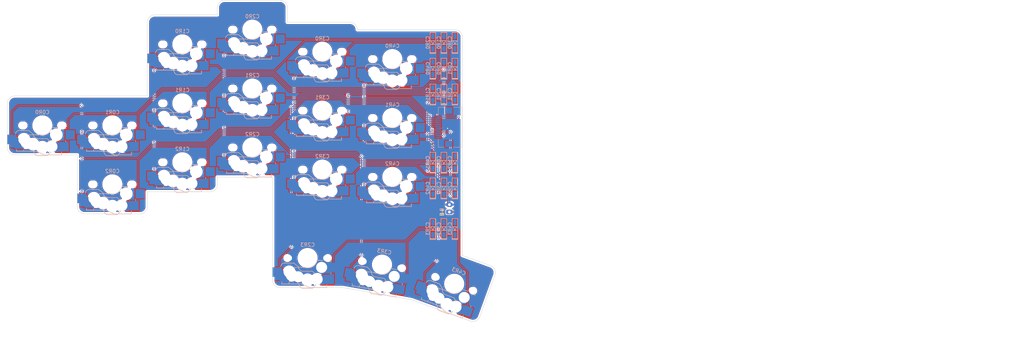
<source format=kicad_pcb>
(kicad_pcb (version 20240108) (generator "pcbnew") (generator_version "8.0")
  (layers (0 "F.Cu" signal) (31 "B.Cu" signal) (34 "B.Paste" user) (35 "F.Paste" user) (36 "B.SilkS" user "B.Silkscreen") (37 "F.SilkS" user "F.Silkscreen") (38 "B.Mask" user) (39 "F.Mask" user) (44 "Edge.Cuts" user))
  (net 0 "")
  (net 1 "row0")
  (net 2 "Net-(D2-A)")
  (net 3 "Net-(D3-A)")
  (net 4 "Net-(D4-A)")
  (net 5 "Net-(D5-A)")
  (net 6 "Net-(D6-A)")
  (net 7 "row1")
  (net 8 "Net-(D7-A)")
  (net 9 "Net-(D8-A)")
  (net 10 "Net-(D9-A)")
  (net 11 "Net-(D10-A)")
  (net 12 "row2")
  (net 13 "Net-(D11-A)")
  (net 14 "Net-(D12-A)")
  (net 15 "Net-(D13-A)")
  (net 16 "Net-(D14-A)")
  (net 17 "Net-(D15-A)")
  (net 18 "row3")
  (net 19 "Net-(D17-A)")
  (net 20 "Net-(D18-A)")
  (net 21 "GND")
  (net 22 "Net-(D1-A)")
  (net 23 "Net-(D16-A)")
  (net 24 "BAT-left")
  (net 25 "col3")
  (net 26 "col4")
  (net 27 "col2")
  (net 28 "col0")
  (net 29 "col1")
  (footprint "zzkeeb:Switch_MXKSChoc-miny-hotswap-ks-3d" (layer "F.Cu") (at 109.42 64.99)
    (property "Reference" "SW7" (hide yes))
    (property "Value" "Switch" (hide yes))
  )
  (footprint "zzkeeb:Switch_MXKSChoc-miny-hotswap-ks-3d" (layer "F.Cu") (at 166.42 84.99)
    (property "Reference" "SW15" (hide yes))
    (property "Value" "Switch" (hide yes))
  )
  (footprint "zzkeeb:Switch_MXKSChoc-miny-hotswap-ks-3d" (layer "F.Cu") (at 71.42 70.99)
    (property "Reference" "SW1" (hide yes))
    (property "Value" "Switch" (hide yes))
  )
  (footprint "zzkeeb:Switch_MXKSChoc-miny-hotswap-ks-3d" (layer "F.Cu") (at 109.42 48.99)
    (property "Reference" "SW2" (hide yes))
    (property "Value" "Switch" (hide yes))
  )
  (footprint "zzkeeb:Switch_MXKSChoc-miny-hotswap-ks-3d" (layer "F.Cu") (at 163.62 108.79 -10)
    (property "Reference" "SW17" (hide yes))
    (property "Value" "Switch" (hide yes))
  )
  (footprint "zzkeeb:Switch_MXKSChoc-miny-hotswap-ks-3d" (layer "F.Cu") (at 166.42 68.99)
    (property "Reference" "SW10" (hide yes))
    (property "Value" "Switch" (hide yes))
  )
  (footprint "zzkeeb:Switch_MXKSChoc-miny-hotswap-ks-3d" (layer "F.Cu") (at 128.42 60.99)
    (property "Reference" "SW8" (hide yes))
    (property "Value" "Switch" (hide yes))
  )
  (footprint "zzkeeb:Switch_MXKSChoc-miny-hotswap-ks-3d" (layer "F.Cu") (at 128.42 76.99)
    (property "Reference" "SW13" (hide yes))
    (property "Value" "Switch" (hide yes))
  )
  (footprint "zzkeeb:Switch_MXKSChoc-miny-hotswap-ks-3d" (layer "F.Cu") (at 109.42 80.99)
    (property "Reference" "SW12" (hide yes))
    (property "Value" "Switch" (hide yes))
  )
  (footprint "zzkeeb:Switch_MXKSChoc-miny-hotswap-ks-3d" (layer "F.Cu") (at 166.42 52.99)
    (property "Reference" "SW5" (hide yes))
    (property "Value" "Switch" (hide yes))
  )
  (footprint "zzkeeb:Switch_MXKSChoc-miny-hotswap-ks-3d" (layer "F.Cu") (at 90.42 70.99)
    (property "Reference" "SW6" (hide yes))
    (property "Value" "Switch" (hide yes))
  )
  (footprint "zzkeeb:Connector_JST-1x02-2.00mm" (layer "F.Cu") (at 181.92 94.49 90)
    (property "Reference" "J7" (hide yes))
    (property "Value" "Conn_01x02_Socket" (hide yes))
  )
  (footprint "zzkeeb:Switch_MXKSChoc-miny-hotswap-ks-3d" (layer "F.Cu") (at 143.42 106.99)
    (property "Reference" "SW16" (hide yes))
    (property "Value" "Switch" (hide yes))
  )
  (footprint "zzkeeb:Switch_MXKSChoc-miny-hotswap-ks-3d" (layer "F.Cu") (at 147.42 66.99)
    (property "Reference" "SW9" (hide yes))
    (property "Value" "Switch" (hide yes))
  )
  (footprint "zzkeeb:Switch_MXKSChoc-miny-hotswap-ks-3d" (layer "F.Cu") (at 90.42 86.99)
    (property "Reference" "SW11" (hide yes))
    (property "Value" "Switch" (hide yes))
  )
  (footprint "zzkeeb:Switch_MXKSChoc-miny-hotswap-ks-3d" (layer "F.Cu") (at 147.42 50.99)
    (property "Reference" "SW4" (hide yes))
    (property "Value" "Switch" (hide yes))
  )
  (footprint "zzkeeb:Switch_MXKSChoc-miny-hotswap-ks-3d" (layer "F.Cu") (at 183.22 113.99 -20)
    (property "Reference" "SW18" (hide yes))
    (property "Value" "Switch" (hide yes))
  )
  (footprint "zzkeeb:Switch_MXKSChoc-miny-hotswap-ks-3d" (layer "F.Cu") (at 147.42 82.99)
    (property "Reference" "SW14" (hide yes))
    (property "Value" "Switch" (hide yes))
  )
  (footprint "zzkeeb:Switch_MXKSChoc-miny-hotswap-ks-3d" (layer "F.Cu") (at 128.42 44.99)
    (property "Reference" "SW3" (hide yes))
    (property "Value" "Switch" (hide yes))
  )
  (footprint "zzkeeb:Diode_1N4148-SOD123" (layer "B.Cu") (at 180.42 55.49 90)
    (property "Reference" "D1" (hide yes))
    (property "Value" "C81598" (hide yes))
  )
  (footprint "zzkeeb:Diode_1N4148-SOD123" (layer "B.Cu") (at 180.42 62.49 90)
    (property "Reference" "D8" (hide yes))
    (property "Value" "C81598" (hide yes))
  )
  (footprint "zzkeeb:Diode_1N4148-SOD123" (layer "B.Cu") (at 177.42 80.99 90)
    (property "Reference" "D10" (hide yes))
    (property "Value" "C81598" (hide yes))
  )
  (footprint "zzkeeb:Diode_1N4148-SOD123" (layer "B.Cu") (at 183.42 87.99 90)
    (property "Reference" "D13" (hide yes))
    (property "Value" "C81598" (hide yes))
  )
  (footprint "zzkeeb:Diode_1N4148-SOD123" (layer "B.Cu") (at 180.42 80.99 90)
    (property "Reference" "D11" (hide yes))
    (property "Value" "C81598" (hide yes))
  )
  (footprint "zzkeeb:Diode_1N4148-SOD123" (layer "B.Cu") (at 177.42 62.49 90)
    (property "Reference" "D7" (hide yes))
    (property "Value" "C81598" (hide yes))
  )
  (footprint "zzkeeb:Diode_1N4148-SOD123" (layer "B.Cu") (at 177.42 87.99 90)
    (property "Reference" "D15" (hide yes))
    (property "Value" "C81598" (hide yes))
  )
  (footprint "zzkeeb:Diode_1N4148-SOD123" (layer "B.Cu") (at 177.42 98.99 90)
    (property "Reference" "D16" (hide yes))
    (property "Value" "C81598" (hide yes))
  )
  (footprint "zzkeeb:Connector_FFC-12pin-0.5mm-horizontal" (layer "B.Cu") (at 180.42 71.49 -90)
    (property "Reference" "J4" (hide yes))
    (property "Value" "C479750" (hide yes))
  )
  (footprint "zzkeeb:Diode_1N4148-SOD123" (layer "B.Cu") (at 183.42 98.99 90)
    (property "Reference" "D18" (hide yes))
    (property "Value" "C81598" (hide yes))
  )
  (footprint "zzkeeb:Diode_1N4148-SOD123" (layer "B.Cu") (at 183.42 48.49 90)
    (property "Reference" "D4" (hide yes))
    (property "Value" "C81598" (hide yes))
  )
  (footprint "zzkeeb:Diode_1N4148-SOD123" (layer "B.Cu") (at 177.42 55.49 90)
    (property "Reference" "D5" (hide yes))
    (property "Value" "C81598" (hide yes))
  )
  (footprint "zzkeeb:Diode_1N4148-SOD123" (layer "B.Cu") (at 177.42 48.49 90)
    (property "Reference" "D3" (hide yes))
    (property "Value" "C81598" (hide yes))
  )
  (footprint "zzkeeb:Diode_1N4148-SOD123" (layer "B.Cu") (at 183.42 62.49 90)
    (property "Reference" "D9" (hide yes))
    (property "Value" "C81598" (hide yes))
  )
  (footprint "zzkeeb:Diode_1N4148-SOD123" (layer "B.Cu") (at 180.42 48.49 90)
    (property "Reference" "D2" (hide yes))
    (property "Value" "C81598" (hide yes))
  )
  (footprint "zzkeeb:Diode_1N4148-SOD123" (layer "B.Cu") (at 180.42 87.99 90)
    (property "Reference" "D14" (hide yes))
    (property "Value" "C81598" (hide yes))
  )
  (footprint "zzkeeb:Diode_1N4148-SOD123" (layer "B.Cu") (at 180.42 98.99 90)
    (property "Reference" "D17" (hide yes))
    (property "Value" "C81598" (hide yes))
  )
  (footprint "zzkeeb:Diode_1N4148-SOD123" (layer "B.Cu") (at 183.42 80.99 90)
    (property "Reference" "D12" (hide yes))
    (property "Value" "C81598" (hide yes))
  )
  (footprint "zzkeeb:Diode_1N4148-SOD123" (layer "B.Cu") (at 183.42 55.49 90)
    (property "Reference" "D6" (hide yes))
    (property "Value" "C81598" (hide yes))
  )
  (gr_line (start 116.92 88.99) (end 99.92 88.99) (stroke (width 0.1)) (layer "Edge.Cuts"))
  (gr_arc (start 190.169548 122.908311) (mid 189.135402 124.036882) (end 187.606119 124.103657) (stroke (width 0.1)) (layer "Edge.Cuts"))
  (gr_line (start 133.92 84.99) (end 118.92 84.99) (stroke (width 0.1)) (layer "Edge.Cuts"))
  (gr_line (start 118.92 40.99) (end 118.92 38.99) (stroke (width 0.1)) (layer "Edge.Cuts"))
  (gr_line (start 137.92 38.99) (end 137.92 42.99) (stroke (width 0.1)) (layer "Edge.Cuts"))
  (gr_line (start 61.92 76.99) (end 61.92 64.99) (stroke (width 0.1)) (layer "Edge.Cuts"))
  (gr_arc (start 135.92 36.99) (mid 137.334214 37.575786) (end 137.92 38.99) (stroke (width 0.1)) (layer "Edge.Cuts"))
  (gr_line (start 80.92 92.99) (end 80.92 78.99) (stroke (width 0.1)) (layer "Edge.Cuts"))
  (gr_arc (start 63.92 78.99) (mid 62.505786 78.404214) (end 61.92 76.99) (stroke (width 0.1)) (layer "Edge.Cuts"))
  (gr_line (start 133.92 112.99) (end 133.92 84.99) (stroke (width 0.1)) (layer "Edge.Cuts"))
  (gr_arc (start 154.92 42.99) (mid 156.334214 43.575786) (end 156.92 44.99) (stroke (width 0.1)) (layer "Edge.Cuts"))
  (gr_arc (start 183.42 44.99) (mid 184.834214 45.575786) (end 185.42 46.99) (stroke (width 0.1)) (layer "Edge.Cuts"))
  (gr_arc (start 193.078376 109.068551) (mid 194.206983 110.102738) (end 194.273764 111.632069) (stroke (width 0.1)) (layer "Edge.Cuts"))
  (gr_line (start 185.42 57.99) (end 185.42 84.99) (stroke (width 0.1)) (layer "Edge.Cuts"))
  (gr_line (start 120.92 36.99) (end 135.92 36.99) (stroke (width 0.1)) (layer "Edge.Cuts"))
  (gr_line (start 80.92 78.99) (end 63.92 78.99) (stroke (width 0.1)) (layer "Edge.Cuts"))
  (gr_line (start 156.92 44.99) (end 183.42 44.99) (stroke (width 0.1)) (layer "Edge.Cuts"))
  (gr_line (start 185.42 46.99) (end 185.42 57.99) (stroke (width 0.1)) (layer "Edge.Cuts"))
  (gr_line (start 118.92 84.99) (end 118.92 86.99) (stroke (width 0.1)) (layer "Edge.Cuts"))
  (gr_line (start 185.42 106.28113) (end 193.078376 109.068551) (stroke (width 0.1)) (layer "Edge.Cuts"))
  (gr_arc (start 99.92 42.99) (mid 100.505786 41.575786) (end 101.92 40.99) (stroke (width 0.1)) (layer "Edge.Cuts"))
  (gr_line (start 187.606119 124.103657) (end 171.631347 118.289315) (stroke (width 0.1)) (layer "Edge.Cuts"))
  (gr_line (start 171.631347 118.289315) (end 152.92 114.99) (stroke (width 0.1)) (layer "Edge.Cuts"))
  (gr_arc (start 118.92 38.99) (mid 119.505786 37.575786) (end 120.92 36.99) (stroke (width 0.1)) (layer "Edge.Cuts"))
  (gr_line (start 185.42 84.99) (end 185.42 106.28113) (stroke (width 0.1)) (layer "Edge.Cuts"))
  (gr_arc (start 135.92 114.99) (mid 134.505786 114.404214) (end 133.92 112.99) (stroke (width 0.1)) (layer "Edge.Cuts"))
  (gr_line (start 63.92 62.99) (end 99.92 62.99) (stroke (width 0.1)) (layer "Edge.Cuts"))
  (gr_line (start 152.92 114.99) (end 135.92 114.99) (stroke (width 0.1)) (layer "Edge.Cuts"))
  (gr_line (start 99.92 62.99) (end 99.92 42.99) (stroke (width 0.1)) (layer "Edge.Cuts"))
  (gr_line (start 101.92 40.99) (end 118.92 40.99) (stroke (width 0.1)) (layer "Edge.Cuts"))
  (gr_arc (start 118.92 86.99) (mid 118.334214 88.404214) (end 116.92 88.99) (stroke (width 0.1)) (layer "Edge.Cuts"))
  (gr_line (start 137.92 42.99) (end 154.92 42.99) (stroke (width 0.1)) (layer "Edge.Cuts"))
  (gr_arc (start 99.92 92.99) (mid 99.334214 94.404214) (end 97.92 94.99) (stroke (width 0.1)) (layer "Edge.Cuts"))
  (gr_arc (start 82.92 94.99) (mid 81.505786 94.404214) (end 80.92 92.99) (stroke (width 0.1)) (layer "Edge.Cuts"))
  (gr_line (start 194.273764 111.632069) (end 190.169548 122.908311) (stroke (width 0.1)) (layer "Edge.Cuts"))
  (gr_line (start 93.42 94.99) (end 82.92 94.99) (stroke (width 0.1)) (layer "Edge.Cuts"))
  (gr_line (start 99.92 88.99) (end 99.92 92.99) (stroke (width 0.1)) (layer "Edge.Cuts"))
  (gr_arc (start 61.92 64.99) (mid 62.505786 63.575786) (end 63.92 62.99) (stroke (width 0.1)) (layer "Edge.Cuts"))
  (gr_line (start 93.42 94.99) (end 97.92 94.99) (stroke (width 0.1)) (layer "Edge.Cuts"))
  (segment (start 180.42 73.69) (end 180.42 55.79) (width 0.2) (layer "F.Cu") (net 1))
  (segment (start 180.37 73.74) (end 180.42 73.69) (width 0.2) (layer "F.Cu") (net 1))
  (via (at 180.42 55.79) (size 0.6) (drill 0.3) (layers "F.Cu" "B.Cu") (net 1))
  (via (at 180.37 73.74) (size 0.6) (drill 0.3) (layers "F.Cu" "B.Cu") (net 1))
  (segment (start 177.42 55.99) (end 178.82 54.59) (width 0.2) (layer "B.Cu") (net 1))
  (segment (start 180.42 55.79) (end 181.82 54.39) (width 0.2) (layer "B.Cu") (net 1))
  (segment (start 181.82 54.39) (end 181.82 50.19) (width 0.2) (layer "B.Cu") (net 1))
  (segment (start 181.82 50.19) (end 183.42 50.19) (width 0.2) (layer "B.Cu") (net 1))
  (segment (start 177.42 50.19) (end 178.82 50.19) (width 0.2) (layer "B.Cu") (net 1))
  (segment (start 180.37 73.74) (end 178.87 73.74) (width 0.2) (layer "B.Cu") (net 1))
  (segment (start 177.42 57.19) (end 177.42 55.99) (width 0.2) (layer "B.Cu") (net 1))
  (segment (start 178.82 50.19) (end 181.82 50.19) (width 0.2) (layer "B.Cu") (net 1))
  (segment (start 180.42 55.79) (end 180.42 57.19) (width 0.2) (layer "B.Cu") (net 1))
  (segment (start 178.82 54.59) (end 178.82 50.19) (width 0.2) (layer "B.Cu") (net 1))
  (segment (start 118.97 54.74) (end 115.295 54.74) (width 0.2) (layer "B.Cu") (net 2))
  (segment (start 115.295 54.74) (end 116.42 53.615) (width 0.2) (layer "B.Cu") (net 2))
  (segment (start 179.62 46.79) (end 178.42 47.99) (width 0.2) (layer "B.Cu") (net 2))
  (segment (start 120.42 56.19) (end 118.97 54.74) (width 0.2) (layer "B.Cu") (net 2))
  (segment (start 180.42 46.79) (end 179.62 46.79) (width 0.2) (layer "B.Cu") (net 2))
  (segment (start 116.42 53.615) (end 116.42 51.49) (width 0.2) (layer "B.Cu") (net 2))
  (segment (start 178.42 47.99) (end 142.62 47.99) (width 0.2) (layer "B.Cu") (net 2))
  (segment (start 134.42 56.19) (end 120.42 56.19) (width 0.2) (layer "B.Cu") (net 2))
  (segment (start 142.62 47.99) (end 134.42 56.19) (width 0.2) (layer "B.Cu") (net 2))
  (segment (start 135.42 47.49) (end 135.52 47.59) (width 0.2) (layer "B.Cu") (net 3))
  (segment (start 175.82 47.59) (end 176.62 46.79) (width 0.2) (layer "B.Cu") (net 3))
  (segment (start 176.62 46.79) (end 177.42 46.79) (width 0.2) (layer "B.Cu") (net 3))
  (segment (start 134.295 50.74) (end 135.42 49.615) (width 0.2) (layer "B.Cu") (net 3))
  (segment (start 135.42 49.615) (end 135.42 47.49) (width 0.2) (layer "B.Cu") (net 3))
  (segment (start 135.52 47.59) (end 175.82 47.59) (width 0.2) (layer "B.Cu") (net 3))
  (segment (start 154.42 55.615) (end 154.42 50.19) (width 0.2) (layer "B.Cu") (net 4))
  (segment (start 182.62 46.79) (end 183.42 46.79) (width 0.2) (layer "B.Cu") (net 4))
  (segment (start 156.22 48.39) (end 181.02 48.39) (width 0.2) (layer "B.Cu") (net 4))
  (segment (start 154.42 50.19) (end 156.22 48.39) (width 0.2) (layer "B.Cu") (net 4))
  (segment (start 181.02 48.39) (end 182.62 46.79) (width 0.2) (layer "B.Cu") (net 4))
  (segment (start 153.295 56.74) (end 154.42 55.615) (width 0.2) (layer "B.Cu") (net 4))
  (segment (start 173.42 57.615) (end 173.42 55.49) (width 0.2) (layer "B.Cu") (net 5))
  (segment (start 173.42 55.49) (end 175.12 53.79) (width 0.2) (layer "B.Cu") (net 5))
  (segment (start 172.295 58.74) (end 173.42 57.615) (width 0.2) (layer "B.Cu") (net 5))
  (segment (start 175.12 53.79) (end 177.42 53.79) (width 0.2) (layer "B.Cu") (net 5))
  (segment (start 182.02 56.59) (end 183.42 55.19) (width 0.2) (layer "B.Cu") (net 6))
  (segment (start 183.42 55.19) (end 183.42 53.79) (width 0.2) (layer "B.Cu") (net 6))
  (segment (start 134.254314 56.99) (end 138.654314 61.39) (width 0.2) (layer "B.Cu") (net 6))
  (segment (start 97.42 75.615) (end 97.42 67.99) (width 0.2) (layer "B.Cu") (net 6))
  (segment (start 97.42 67.99) (end 104.02 61.39) (width 0.2) (layer "B.Cu") (net 6))
  (segment (start 120.654314 56.99) (end 134.254314 56.99) (width 0.2) (layer "B.Cu") (net 6))
  (segment (start 181.22 59.39) (end 182.02 58.59) (width 0.2) (layer "B.Cu") (net 6))
  (segment (start 138.654314 61.39) (end 175.02 61.39) (width 0.2) (layer "B.Cu") (net 6))
  (segment (start 182.02 58.59) (end 182.02 56.59) (width 0.2) (layer "B.Cu") (net 6))
  (segment (start 104.02 61.39) (end 116.254314 61.39) (width 0.2) (layer "B.Cu") (net 6))
  (segment (start 96.295 76.74) (end 97.42 75.615) (width 0.2) (layer "B.Cu") (net 6))
  (segment (start 116.254314 61.39) (end 120.654314 56.99) (width 0.2) (layer "B.Cu") (net 6))
  (segment (start 177.02 59.39) (end 181.22 59.39) (width 0.2) (layer "B.Cu") (net 6))
  (segment (start 175.02 61.39) (end 177.02 59.39) (width 0.2) (layer "B.Cu") (net 6))
  (segment (start 176.02 73.24) (end 176.02 83.315) (width 0.2) (layer "F.Cu") (net 7))
  (segment (start 176.02 73.24) (end 176.02 64.815) (width 0.2) (layer "F.Cu") (net 7))
  (via (at 176.02 64.815) (size 0.6) (drill 0.3) (layers "F.Cu" "B.Cu") (net 7))
  (via (at 176.02 83.315) (size 0.6) (drill 0.3) (layers "F.Cu" "B.Cu") (net 7))
  (via (at 176.02 73.24) (size 0.6) (drill 0.3) (layers "F.Cu" "B.Cu") (net 7))
  (segment (start 183.42 57.19) (end 183.42 58.39) (width 0.2) (layer "B.Cu") (net 7))
  (segment (start 177.42 64.19) (end 183.42 64.19) (width 0.2) (layer "B.Cu") (net 7))
  (segment (start 176.02 73.24) (end 178.87 73.24) (width 0.2) (layer "B.Cu") (net 7))
  (segment (start 183.42 58.39) (end 184.42 59.39) (width 0.2) (layer "B.Cu") (net 7))
  (segment (start 184.42 59.39) (end 184.42 61.99) (width 0.2) (layer "B.Cu") (net 7))
  (segment (start 183.42 62.99) (end 183.42 64.19) (width 0.2) (layer "B.Cu") (net 7))
  (segment (start 176.645 82.69) (end 177.42 82.69) (width 0.2) (layer "B.Cu") (net 7))
  (segment (start 184.42 61.99) (end 183.42 62.99) (width 0.2) (layer "B.Cu") (net 7))
  (segment (start 176.645 64.19) (end 177.42 64.19) (width 0.2) (layer "B.Cu") (net 7))
  (segment (start 176.02 64.815) (end 176.645 64.19) (width 0.2) (layer "B.Cu") (net 7))
  (segment (start 176.02 83.315) (end 176.645 82.69) (width 0.2) (layer "B.Cu") (net 7))
  (segment (start 115.295 70.74) (end 116.42 69.615) (width 0.2) (layer "B.Cu") (net 8))
  (segment (start 134.088628 57.39) (end 138.488628 61.79) (width 0.2) (layer "B.Cu") (net 8))
  (segment (start 116.42 61.79) (end 120.82 57.39) (width 0.2) (layer "B.Cu") (net 8))
  (segment (start 176.185686 60.79) (end 177.42 60.79) (width 0.2) (layer "B.Cu") (net 8))
  (segment (start 116.42 69.615) (end 116.42 61.79) (width 0.2) (layer "B.Cu") (net 8))
  (segment (start 120.82 57.39) (end 134.088628 57.39) (width 0.2) (layer "B.Cu") (net 8))
  (segment (start 175.185686 61.79) (end 176.185686 60.79) (width 0.2) (layer "B.Cu") (net 8))
  (segment (start 138.488628 61.79) (end 175.185686 61.79) (width 0.2) (layer "B.Cu") (net 8))
  (segment (start 135.42 63.49) (end 140.657256 63.49) (width 0.2) (layer "B.Cu") (net 9))
  (segment (start 135.42 65.615) (end 135.42 63.49) (width 0.2) (layer "B.Cu") (net 9))
  (segment (start 180.02 62.19) (end 180.42 61.79) (width 0.2) (layer "B.Cu") (net 9))
  (segment (start 180.42 61.79) (end 180.42 60.79) (width 0.2) (layer "B.Cu") (net 9))
  (segment (start 140.657256 63.49) (end 141.957256 62.19) (width 0.2) (layer "B.Cu") (net 9))
  (segment (start 141.957256 62.19) (end 180.02 62.19) (width 0.2) (layer "B.Cu") (net 9))
  (segment (start 134.295 66.74) (end 135.42 65.615) (width 0.2) (layer "B.Cu") (net 9))
  (segment (start 154.42 62.79) (end 154.42 67.19) (width 0.2) (layer "F.Cu") (net 10))
  (via (at 154.42 62.79) (size 0.6) (drill 0.3) (layers "F.Cu" "B.Cu") (net 10))
  (via (at 154.42 67.19) (size 0.6) (drill 0.3) (layers "F.Cu" "B.Cu") (net 10))
  (segment (start 183.42 61.99) (end 183.42 60.79) (width 0.2) (layer "B.Cu") (net 10))
  (segment (start 154.42 62.79) (end 154.62 62.59) (width 0.2) (layer "B.Cu") (net 10))
  (segment (start 182.82 62.59) (end 183.42 61.99) (width 0.2) (layer "B.Cu") (net 10))
  (segment (start 154.42 71.615) (end 154.42 67.19) (width 0.2) (layer "B.Cu") (net 10))
  (segment (start 153.295 72.74) (end 154.42 71.615) (width 0.2) (layer "B.Cu") (net 10))
  (segment (start 154.62 62.59) (end 182.82 62.59) (width 0.2) (layer "B.Cu") (net 10))
  (segment (start 172.295 74.74) (end 173.42 73.615) (width 0.2) (layer "B.Cu") (net 11))
  (segment (start 173.42 73.615) (end 173.42 71.49) (width 0.2) (layer "B.Cu") (net 11))
  (segment (start 176.37 74.74) (end 177.42 75.79) (width 0.2) (layer "B.Cu") (net 11))
  (segment (start 177.42 75.79) (end 177.42 79.29) (width 0.2) (layer "B.Cu") (net 11))
  (segment (start 172.295 74.74) (end 176.37 74.74) (width 0.2) (layer "B.Cu") (net 11))
  (segment (start 182.22 83.39) (end 182.22 72.74) (width 0.2) (layer "F.Cu") (net 12))
  (segment (start 182.22 89.99) (end 182.22 83.39) (width 0.2) (layer "F.Cu") (net 12))
  (via (at 182.22 83.39) (size 0.6) (drill 0.3) (layers "F.Cu" "B.Cu") (net 12))
  (via (at 182.22 72.74) (size 0.6) (drill 0.3) (layers "F.Cu" "B.Cu") (net 12))
  (via (at 182.22 89.99) (size 0.6) (drill 0.3) (layers "F.Cu" "B.Cu") (net 12))
  (segment (start 177.42 89.19) (end 182.02 89.19) (width 0.2) (layer "B.Cu") (net 12))
  (segment (start 182.22 83.39) (end 182.22 82.69) (width 0.2) (layer "B.Cu") (net 12))
  (segment (start 182.02 89.19) (end 183.42 89.19) (width 0.2) (layer "B.Cu") (net 12))
  (segment (start 180.42 82.69) (end 182.22 82.69) (width 0.2) (layer "B.Cu") (net 12))
  (segment (start 182.22 89.99) (end 182.22 89.19) (width 0.2) (layer "B.Cu") (net 12))
  (segment (start 182.22 82.69) (end 183.42 82.69) (width 0.2) (layer "B.Cu") (net 12))
  (segment (start 178.87 72.74) (end 182.22 72.74) (width 0.2) (layer "B.Cu") (net 12))
  (segment (start 139.52 78.69) (end 156.451372 78.69) (width 0.2) (layer "B.Cu") (net 13))
  (segment (start 158.351372 80.59) (end 180.02 80.59) (width 0.2) (layer "B.Cu") (net 13))
  (segment (start 116.22 76.59) (end 119.82 72.99) (width 0.2) (layer "B.Cu") (net 13))
  (segment (start 101.185686 76.59) (end 116.22 76.59) (width 0.2) (layer "B.Cu") (net 13))
  (segment (start 180.42 80.19) (end 180.42 79.29) (width 0.2) (layer "B.Cu") (net 13))
  (segment (start 97.42 91.615) (end 97.42 80.355686) (width 0.2) (layer "B.Cu") (net 13))
  (segment (start 119.82 72.99) (end 133.82 72.99) (width 0.2) (layer "B.Cu") (net 13))
  (segment (start 133.82 72.99) (end 139.52 78.69) (width 0.2) (layer "B.Cu") (net 13))
  (segment (start 180.02 80.59) (end 180.42 80.19) (width 0.2) (layer "B.Cu") (net 13))
  (segment (start 97.42 80.355686) (end 101.185686 76.59) (width 0.2) (layer "B.Cu") (net 13))
  (segment (start 156.451372 78.69) (end 158.351372 80.59) (width 0.2) (layer "B.Cu") (net 13))
  (segment (start 96.295 92.74) (end 97.42 91.615) (width 0.2) (layer "B.Cu") (net 13))
  (segment (start 156.285686 79.09) (end 158.185686 80.99) (width 0.2) (layer "B.Cu") (net 14))
  (segment (start 119.985686 73.39) (end 133.654314 73.39) (width 0.2) (layer "B.Cu") (net 14))
  (segment (start 183.42 80.39) (end 183.42 79.29) (width 0.2) (layer "B.Cu") (net 14))
  (segment (start 133.654314 73.39) (end 139.354314 79.09) (width 0.2) (layer "B.Cu") (net 14))
  (segment (start 115.295 86.74) (end 116.42 85.615) (width 0.2) (layer "B.Cu") (net 14))
  (segment (start 116.42 85.615) (end 116.42 76.955686) (width 0.2) (layer "B.Cu") (net 14))
  (segment (start 182.82 80.99) (end 183.42 80.39) (width 0.2) (layer "B.Cu") (net 14))
  (segment (start 158.185686 80.99) (end 182.82 80.99) (width 0.2) (layer "B.Cu") (net 14))
  (segment (start 116.42 76.955686) (end 119.985686 73.39) (width 0.2) (layer "B.Cu") (net 14))
  (segment (start 139.354314 79.09) (end 156.285686 79.09) (width 0.2) (layer "B.Cu") (net 14))
  (segment (start 179.62 84.19) (end 182.82 84.19) (width 0.2) (layer "B.Cu") (net 15))
  (segment (start 179.02 83.59) (end 179.62 84.19) (width 0.2) (layer "B.Cu") (net 15))
  (segment (start 179.02 81.99) (end 179.02 83.59) (width 0.2) (layer "B.Cu") (net 15))
  (segment (start 178.42 81.39) (end 179.02 81.99) (width 0.2) (layer "B.Cu") (net 15))
  (segment (start 183.42 84.79) (end 183.42 85.79) (width 0.2) (layer "B.Cu") (net 15))
  (segment (start 134.295 82.74) (end 135.42 81.615) (width 0.2) (layer "B.Cu") (net 15))
  (segment (start 135.42 79.49) (end 156.12 79.49) (width 0.2) (layer "B.Cu") (net 15))
  (segment (start 158.02 81.39) (end 178.42 81.39) (width 0.2) (layer "B.Cu") (net 15))
  (segment (start 135.42 81.615) (end 135.42 79.49) (width 0.2) (layer "B.Cu") (net 15))
  (segment (start 182.82 84.19) (end 183.42 84.79) (width 0.2) (layer "B.Cu") (net 15))
  (segment (start 156.12 79.49) (end 158.02 81.39) (width 0.2) (layer "B.Cu") (net 15))
  (segment (start 158.12 81.79) (end 173.02 81.79) (width 0.2) (layer "B.Cu") (net 16))
  (segment (start 179.82 85.79) (end 180.42 85.79) (width 0.2) (layer "B.Cu") (net 16))
  (segment (start 154.42 87.615) (end 154.42 85.49) (width 0.2) (layer "B.Cu") (net 16))
  (segment (start 154.42 85.49) (end 158.12 81.79) (width 0.2) (layer "B.Cu") (net 16))
  (segment (start 153.295 88.74) (end 154.42 87.615) (width 0.2) (layer "B.Cu") (net 16))
  (segment (start 178.42 84.39) (end 179.82 85.79) (width 0.2) (layer "B.Cu") (net 16))
  (segment (start 175.62 84.39) (end 178.42 84.39) (width 0.2) (layer "B.Cu") (net 16))
  (segment (start 173.02 81.79) (end 175.62 84.39) (width 0.2) (layer "B.Cu") (net 16))
  (segment (start 173.42 89.615) (end 173.42 87.49) (width 0.2) (layer "B.Cu") (net 17))
  (segment (start 173.42 87.49) (end 175.12 85.79) (width 0.2) (layer "B.Cu") (net 17))
  (segment (start 175.12 85.79) (end 177.42 85.79) (width 0.2) (layer "B.Cu") (net 17))
  (segment (start 172.295 90.74) (end 173.42 89.615) (width 0.2) (layer "B.Cu") (net 17))
  (segment (start 179.02 77.99) (end 177.22 76.19) (width 0.2) (layer "F.Cu") (net 18))
  (segment (start 177.22 76.19) (end 177.22 72.19) (width 0.2) (layer "F.Cu") (net 18))
  (segment (start 179.02 101.59) (end 179.02 77.99) (width 0.2) (layer "F.Cu") (net 18))
  (via (at 177.22 72.19) (size 0.6) (drill 0.3) (layers "F.Cu" "B.Cu") (net 18))
  (via (at 179.02 101.59) (size 0.6) (drill 0.3) (layers "F.Cu" "B.Cu") (net 18))
  (segment (start 179.02 100.69) (end 183.42 100.69) (width 0.2) (layer "B.Cu") (net 18))
  (segment (start 177.27 72.24) (end 177.22 72.19) (width 0.2) (layer "B.Cu") (net 18))
  (segment (start 177.42 100.69) (end 179.02 100.69) (width 0.2) (layer "B.Cu") (net 18))
  (segment (start 179.02 101.59) (end 179.02 100.69) (width 0.2) (layer "B.Cu") (net 18))
  (segment (start 178.87 72.24) (end 177.27 72.24) (width 0.2) (layer "B.Cu") (net 18))
  (segment (start 170.42 113.460097) (end 170.42 102.59) (width 0.2) (layer "B.Cu") (net 19))
  (segment (start 168.407269 115.472828) (end 167.22962 115.472828) (width 0.2) (layer "B.Cu") (net 19))
  (segment (start 167.22962 115.472828) (end 166.677052 116.025396) (width 0.2) (layer "B.Cu") (net 19))
  (segment (start 168.407269 115.472828) (end 170.42 113.460097) (width 0.2) (layer "B.Cu") (net 19))
  (segment (start 179.62 99.19) (end 180.42 98.39) (width 0.2) (layer "B.Cu") (net 19))
  (segment (start 170.42 102.59) (end 173.82 99.19) (width 0.2) (layer "B.Cu") (net 19))
  (segment (start 180.42 98.39) (end 180.42 97.29) (width 0.2) (layer "B.Cu") (net 19))
  (segment (start 173.82 99.19) (end 179.62 99.19) (width 0.2) (layer "B.Cu") (net 19))
  (segment (start 183.42 98.59) (end 184.42 99.59) (width 0.2) (layer "B.Cu") (net 20))
  (segment (start 184.42 99.59) (end 184.42 108.39) (width 0.2) (layer "B.Cu") (net 20))
  (segment (start 186.82 121.356679) (end 186.774078 121.402601) (width 0.2) (layer "B.Cu") (net 20))
  (segment (start 184.42 108.39) (end 186.82 110.79) (width 0.2) (layer "B.Cu") (net 20))
  (segment (start 183.42 97.29) (end 183.42 98.59) (width 0.2) (layer "B.Cu") (net 20))
  (segment (start 186.82 110.79) (end 186.82 121.356679) (width 0.2) (layer "B.Cu") (net 20))
  (segment (start 181.92 92.49) (end 181.42 91.99) (width 0.3) (layer "F.Cu") (net 21))
  (segment (start 181.42 91.99) (end 181.42 71.79) (width 0.3) (layer "F.Cu") (net 21))
  (via (at 181.42 71.79) (size 0.6) (drill 0.3) (layers "F.Cu" "B.Cu") (net 21))
  (segment (start 178.87 71.74) (end 181.37 71.74) (width 0.3) (layer "B.Cu") (net 21))
  (segment (start 181.37 71.74) (end 181.42 71.79) (width 0.3) (layer "B.Cu") (net 21))
  (segment (start 97.02 67.79) (end 103.82 60.99) (width 0.2) (layer "B.Cu") (net 22))
  (segment (start 174.854314 60.99) (end 176.854314 58.99) (width 0.2) (layer "B.Cu") (net 22))
  (segment (start 179.02 56.19) (end 180.42 54.79) (width 0.2) (layer "B.Cu") (net 22))
  (segment (start 176.854314 58.99) (end 178.22 58.99) (width 0.2) (layer "B.Cu") (net 22))
  (segment (start 80.02 67.79) (end 97.02 67.79) (width 0.2) (layer "B.Cu") (net 22))
  (segment (start 77.295 76.74) (end 78.42 75.615) (width 0.2) (layer "B.Cu") (net 22))
  (segment (start 116.088628 60.99) (end 120.488628 56.59) (width 0.2) (layer "B.Cu") (net 22))
  (segment (start 180.42 54.79) (end 180.42 53.79) (width 0.2) (layer "B.Cu") (net 22))
  (segment (start 103.82 60.99) (end 116.088628 60.99) (width 0.2) (layer "B.Cu") (net 22))
  (segment (start 134.42 56.59) (end 138.82 60.99) (width 0.2) (layer "B.Cu") (net 22))
  (segment (start 78.42 69.39) (end 80.02 67.79) (width 0.2) (layer "B.Cu") (net 22))
  (segment (start 138.82 60.99) (end 174.854314 60.99) (width 0.2) (layer "B.Cu") (net 22))
  (segment (start 179.02 58.19) (end 179.02 56.19) (width 0.2) (layer "B.Cu") (net 22))
  (segment (start 178.22 58.99) (end 179.02 58.19) (width 0.2) (layer "B.Cu") (net 22))
  (segment (start 120.488628 56.59) (end 134.42 56.59) (width 0.2) (layer "B.Cu") (net 22))
  (segment (start 78.42 75.615) (end 78.42 69.39) (width 0.2) (layer "B.Cu") (net 22))
  (segment (start 173.654314 98.79) (end 176.82 98.79) (width 0.2) (layer "B.Cu") (net 23))
  (segment (start 154.22 102.39) (end 170.054314 102.39) (width 0.2) (layer "B.Cu") (net 23))
  (segment (start 149.295 112.74) (end 150.42 111.615) (width 0.2) (layer "B.Cu") (net 23))
  (segment (start 150.42 106.19) (end 154.22 102.39) (width 0.2) (layer "B.Cu") (net 23))
  (segment (start 176.82 98.79) (end 177.42 98.19) (width 0.2) (layer "B.Cu") (net 23))
  (segment (start 170.054314 102.39) (end 173.654314 98.79) (width 0.2) (layer "B.Cu") (net 23))
  (segment (start 150.42 111.615) (end 150.42 106.19) (width 0.2) (layer "B.Cu") (net 23))
  (segment (start 177.42 98.19) (end 177.42 97.29) (width 0.2) (layer "B.Cu") (net 23))
  (segment (start 184.42 68.74) (end 184.42 93.59) (width 0.3) (layer "F.Cu") (net 24))
  (segment (start 183.52 94.49) (end 181.92 94.49) (width 0.3) (layer "F.Cu") (net 24))
  (segment (start 184.42 93.59) (end 183.52 94.49) (width 0.3) (layer "F.Cu") (net 24))
  (via (at 184.42 68.74) (size 0.6) (drill 0.3) (layers "F.Cu" "B.Cu") (net 24))
  (segment (start 184.42 68.74) (end 178.87 68.74) (width 0.3) (layer "B.Cu") (net 24))
  (segment (start 158.02 106.19) (end 158.02 79.39) (width 0.2) (layer "F.Cu") (net 25))
  (segment (start 139.745 58.19) (end 139.745 68.99) (width 0.2) (layer "F.Cu") (net 25))
  (segment (start 139.745 84.99) (end 139.745 77.99) (width 0.2) (layer "F.Cu") (net 25))
  (segment (start 139.745 77.99) (end 139.745 68.99) (width 0.2) (layer "F.Cu") (net 25))
  (via (at 139.692549 64.737549) (size 0.6) (drill 0.3) (layers "F.Cu" "B.Cu") (net 25))
  (via (at 139.745 58.19) (size 0.6) (drill 0.3) (layers "F.Cu" "B.Cu") (net 25))
  (via (at 158.02 106.19) (size 0.6) (drill 0.3) (layers "F.Cu" "B.Cu") (net 25))
  (via (at 158.02 79.39) (size 0.6) (drill 0.3) (layers "F.Cu" "B.Cu") (net 25))
  (via (at 139.745 68.99) (size 0.6) (drill 0.3) (layers "F.Cu" "B.Cu") (net 25))
  (via (at 139.745 77.99) (size 0.6) (drill 0.3) (layers "F.Cu" "B.Cu") (net 25))
  (via (at 139.745 84.99) (size 0.6) (drill 0.3) (layers "F.Cu" "B.Cu") (net 25))
  (segment (start 139.745 68.99) (end 139.745 71.69) (width 0.2) (layer "B.Cu") (net 25))
  (segment (start 154.268529 63.79) (end 171.282744 63.79) (width 0.2) (layer "B.Cu") (net 25))
  (segment (start 139.975393 64.737549) (end 142.122942 62.59) (width 0.2) (layer "B.Cu") (net 25))
  (segment (start 156.617058 78.29) (end 140.045 78.29) (width 0.2) (layer "B.Cu") (net 25))
  (segment (start 158.02 79.39) (end 157.717058 79.39) (width 0.2) (layer "B.Cu") (net 25))
  (segment (start 158.02 106.19) (end 155.245454 108.964546) (width 0.2) (layer "B.Cu") (net 25))
  (segment (start 155.245454 108.964546) (end 155.245454 112.085847) (width 0.2) (layer "B.Cu") (net 25))
  (segment (start 142.122942 62.59) (end 153.068529 62.59) (width 0.2) (layer "B.Cu") (net 25))
  (segment (start 157.717058 79.39) (end 156.617058 78.29) (width 0.2) (layer "B.Cu") (net 25))
  (segment (start 153.068529 62.59) (end 154.268529 63.79) (width 0.2) (layer "B.Cu") (net 25))
  (segment (start 177.232744 69.74) (end 178.87 69.74) (width 0.2) (layer "B.Cu") (net 25))
  (segment (start 140.045 78.29) (end 139.745 77.99) (width 0.2) (layer "B.Cu") (net 25))
  (segment (start 171.282744 63.79) (end 177.232744 69.74) (width 0.2) (layer "B.Cu") (net 25))
  (segment (start 139.745 58.19) (end 139.745 55.69) (width 0.2) (layer "B.Cu") (net 25))
  (segment (start 139.692549 64.737549) (end 139.975393 64.737549) (width 0.2) (layer "B.Cu") (net 25))
  (segment (start 139.745 84.99) (end 139.745 87.69) (width 0.2) (layer "B.Cu") (net 25))
  (segment (start 158.745 60.065) (end 158.745 63.19) (width 0.2) (layer "F.Cu") (net 26))
  (segment (start 176.62 68.434363) (end 176.697818 68.356545) (width 0.2) (layer "F.Cu") (net 26))
  (segment (start 176.62 76.269265) (end 176.62 68.434363) (width 0.2) (layer "F.Cu") (net 26))
  (segment (start 178.42 107.79) (end 178.42 78.069265) (width 0.2) (layer "F.Cu") (net 26))
  (segment (start 158.745 86.99) (end 158.745 70.99) (width 0.2) (layer "F.Cu") (net 26))
  (segment (start 178.42 78.069265) (end 176.62 76.269265) (width 0.2) (layer "F.Cu") (net 26))
  (segment (start 158.745 63.19) (end 158.745 70.99) (width 0.2) (layer "F.Cu") (net 26))
  (via (at 176.697818 68.356545) (size 0.6) (drill 0.3) (layers "F.Cu" "B.Cu") (net 26))
  (via (at 178.42 107.79) (size 0.6) (drill 0.3) (layers "F.Cu" "B.Cu") (net 26))
  (via (at 158.745 86.99) (size 0.6) (drill 0.3) (layers "F.Cu" "B.Cu") (net 26))
  (via (at 158.745 60.065) (size 0.6) (drill 0.3) (layers "F.Cu" "B.Cu") (net 26))
  (via (at 158.745 63.19) (size 0.6) (drill 0.3) (layers "F.Cu" "B.Cu") (net 26))
  (via (at 158.745 70.99) (size 0.6) (drill 0.3) (layers "F.Cu" "B.Cu") (net 26))
  (segment (start 158.745 70.99) (end 158.745 73.69) (width 0.2) (layer "B.Cu") (net 26))
  (segment (start 171.44843 63.39) (end 158.945 63.39) (width 0.2) (layer "B.Cu") (net 26))
  (segment (start 158.945 63.39) (end 158.745 63.19) (width 0.2) (layer "B.Cu") (net 26))
  (segment (start 175.22 110.99) (end 175.22 114.961915) (width 0.2) (layer "B.Cu") (net 26))
  (segment (start 175.22 114.961915) (end 174.400364 115.781551) (width 0.2) (layer "B.Cu") (net 26))
  (segment (start 178.42 107.79) (end 175.22 110.99) (width 0.2) (layer "B.Cu") (net 26))
  (segment (start 176.414975 68.356545) (end 171.44843 63.39) (width 0.2) (layer "B.Cu") (net 26))
  (segment (start 176.697818 68.639388) (end 177.29843 69.24) (width 0.2) (layer "B.Cu") (net 26))
  (segment (start 176.697818 68.356545) (end 176.697818 68.639388) (width 0.2) (layer "B.Cu") (net 26))
  (segment (start 158.745 60.065) (end 158.745 57.69) (width 0.2) (layer "B.Cu") (net 26))
  (segment (start 158.745 86.99) (end 158.745 89.69) (width 0.2) (layer "B.Cu") (net 26))
  (segment (start 177.29843 69.24) (end 178.87 69.24) (width 0.2) (layer "B.Cu") (net 26))
  (segment (start 176.697818 68.356545) (end 176.414975 68.356545) (width 0.2) (layer "B.Cu") (net 26))
  (segment (start 120.745 71.59) (end 120.745 78.99) (width 0.2) (layer "F.Cu") (net 27))
  (segment (start 120.745 51.99) (end 120.745 62.79) (width 0.2) (layer "F.Cu") (net 27))
  (segment (start 120.745 62.79) (end 120.745 71.59) (width 0.2) (layer "F.Cu") (net 27))
  (segment (start 139.02 65.936078) (end 139.02 103.99) (width 0.2) (layer "F.Cu") (net 27))
  (via (at 120.745 62.79) (size 0.6) (drill 0.3) (layers "F.Cu" "B.Cu") (net 27))
  (via (at 120.745 51.99) (size 0.6) (drill 0.3) (layers "F.Cu" "B.Cu") (net 27))
  (via (at 120.745 78.99) (size 0.6) (drill 0.3) (layers "F.Cu" "B.Cu") (net 27))
  (via (at 139.02 103.99) (size 0.6) (drill 0.3) (layers "F.Cu" "B.Cu") (net 27))
  (via (at 139.02 65.936078) (size 0.6) (drill 0.3) (layers "F.Cu" "B.Cu") (net 27))
  (via (at 120.745 71.59) (size 0.6) (drill 0.3) (layers "F.Cu" "B.Cu") (net 27))
  (segment (start 142.288628 62.99) (end 152.902843 62.99) (width 0.2) (layer "B.Cu") (net 27))
  (segment (start 154.102843 64.19) (end 171.117058 64.19) (width 0.2) (layer "B.Cu") (net 27))
  (segment (start 120.745 51.99) (end 120.745 49.69) (width 0.2) (layer "B.Cu") (net 27))
  (segment (start 177.167058 70.24) (end 178.87 70.24) (width 0.2) (layer "B.Cu") (net 27))
  (segment (start 139.02 65.936078) (end 139.34255 65.936078) (width 0.2) (layer "B.Cu") (net 27))
  (segment (start 120.945 71.79) (end 120.745 71.59) (width 0.2) (layer "B.Cu") (net 27))
  (segment (start 135.745 107.265) (end 135.745 111.69) (width 0.2) (layer "B.Cu") (net 27))
  (segment (start 120.745 78.99) (end 120.745 81.69) (width 0.2) (layer "B.Cu") (net 27))
  (segment (start 139.34255 65.936078) (end 142.288628 62.99) (width 0.2) (layer "B.Cu") (net 27))
  (segment (start 139.02 66.258628) (end 133.488628 71.79) (width 0.2) (layer "B.Cu") (net 27))
  (segment (start 139.02 103.99) (end 135.745 107.265) (width 0.2) (layer "B.Cu") (net 27))
  (segment (start 171.117058 64.19) (end 177.167058 70.24) (width 0.2) (layer "B.Cu") (net 27))
  (segment (start 120.745 62.79) (end 120.745 65.69) (width 0.2) (layer "B.Cu") (net 27))
  (segment (start 139.02 65.936078) (end 139.02 66.258628) (width 0.2) (layer "B.Cu") (net 27))
  (segment (start 152.902843 62.99) (end 154.102843 64.19) (width 0.2) (layer "B.Cu") (net 27))
  (segment (start 133.488628 71.79) (end 120.945 71.79) (width 0.2) (layer "B.Cu") (net 27))
  (segment (start 82.145 88.865) (end 82.145 79.99) (width 0.2) (layer "F.Cu") (net 28))
  (segment (start 82.02 65.59) (end 82.145 65.715) (width 0.2) (layer "F.Cu") (net 28))
  (segment (start 82.145 65.715) (end 82.145 72.665) (width 0.2) (layer "F.Cu") (net 28))
  (segment (start 82.145 79.99) (end 82.145 72.665) (width 0.2) (layer "F.Cu") (net 28))
  (via (at 82.145 72.665) (size 0.6) (drill 0.3) (layers "F.Cu" "B.Cu") (net 28))
  (via (at 82.145 79.99) (size 0.6) (drill 0.3) (layers "F.Cu" "B.Cu") (net 28))
  (via (at 82.02 65.59) (size 0.6) (drill 0.3) (layers "F.Cu" "B.Cu") (net 28))
  (via (at 82.145 88.865) (size 0.6) (drill 0.3) (layers "F.Cu" "B.Cu") (net 28))
  (segment (start 82.02 65.59) (end 64.82 65.59) (width 0.2) (layer "B.Cu") (net 28))
  (segment (start 119.62 72.59) (end 116.02 76.19) (width 0.2) (layer "B.Cu") (net 28))
  (segment (start 82.145 88.865) (end 82.145 90.79) (width 0.2) (layer "B.Cu") (net 28))
  (segment (start 97.22 79.99) (end 82.145 79.99) (width 0.2) (layer "B.Cu") (net 28))
  (segment (start 170.785686 64.99) (end 153.771471 64.99) (width 0.2) (layer "B.Cu") (net 28))
  (segment (start 82.145 72.665) (end 82.145 74.79) (width 0.2) (layer "B.Cu") (net 28))
  (segment (start 152.571471 63.79) (end 142.62 63.79) (width 0.2) (layer "B.Cu") (net 28))
  (segment (start 64.82 65.59) (end 63.145 67.265) (width 0.2) (layer "B.Cu") (net 28))
  (segment (start 142.62 63.79) (end 133.82 72.59) (width 0.2) (layer "B.Cu") (net 28))
  (segment (start 178.87 71.24) (end 177.035686 71.24) (width 0.2) (layer "B.Cu") (net 28))
  (segment (start 101.02 76.19) (end 97.22 79.99) (width 0.2) (layer "B.Cu") (net 28))
  (segment (start 133.82 72.59) (end 119.62 72.59) (width 0.2) (layer "B.Cu") (net 28))
  (segment (start 153.771471 64.99) (end 152.571471 63.79) (width 0.2) (layer "B.Cu") (net 28))
  (segment (start 116.02 76.19) (end 101.02 76.19) (width 0.2) (layer "B.Cu") (net 28))
  (segment (start 177.035686 71.24) (end 170.785686 64.99) (width 0.2) (layer "B.Cu") (net 28))
  (segment (start 63.145 67.265) (end 63.145 74.79) (width 0.2) (layer "B.Cu") (net 28))
  (segment (start 101.745 56.065) (end 101.745 66.79) (width 0.2) (layer "F.Cu") (net 29))
  (segment (start 101.745 82.79) (end 101.745 75.59) (width 0.2) (layer "F.Cu") (net 29))
  (segment (start 101.745 75.59) (end 101.745 66.79) (width 0.2) (layer "F.Cu") (net 29))
  (via (at 101.745 66.79) (size 0.6) (drill 0.3) (layers "F.Cu" "B.Cu") (net 29))
  (via (at 101.745 75.59) (size 0.6) (drill 0.3) (layers "F.Cu" "B.Cu") (net 29))
  (via (at 101.745 56.065) (size 0.6) (drill 0.3) (layers "F.Cu" "B.Cu") (net 29))
  (via (at 101.745 82.79) (size 0.6) (drill 0.3) (layers "F.Cu" "B.Cu") (net 29))
  (segment (start 101.745 82.79) (end 101.745 85.69) (width 0.2) (layer "B.Cu") (net 29))
  (segment (start 152.737157 63.39) (end 153.937157 64.59) (width 0.2) (layer "B.Cu") (net 29))
  (segment (start 101.945 75.79) (end 115.854314 75.79) (width 0.2) (layer "B.Cu") (net 29))
  (segment (start 119.454314 72.19) (end 133.654314 72.19) (width 0.2) (layer "B.Cu") (net 29))
  (segment (start 133.654314 72.19) (end 142.454314 63.39) (width 0.2) (layer "B.Cu") (net 29))
  (segment (start 142.454314 63.39) (end 152.737157 63.39) (width 0.2) (layer "B.Cu") (net 29))
  (segment (start 153.937157 64.59) (end 170.951372 64.59) (width 0.2) (layer "B.Cu") (net 29))
  (segment (start 177.101372 70.74) (end 178.87 70.74) (width 0.2) (layer "B.Cu") (net 29))
  (segment (start 170.951372 64.59) (end 177.101372 70.74) (width 0.2) (layer "B.Cu") (net 29))
  (segment (start 101.745 66.79) (end 101.745 69.69) (width 0.2) (layer "B.Cu") (net 29))
  (segment (start 101.745 75.59) (end 101.945 75.79) (width 0.2) (layer "B.Cu") (net 29))
  (segment (start 101.745 56.065) (end 101.745 53.69) (width 0.2) (layer "B.Cu") (net 29))
  (segment (start 115.854314 75.79) (end 119.454314 72.19) (width 0.2) (layer "B.Cu") (net 29))
  (zone (net 21) (net_name "GND") (layers "F&B.Cu") (connect_pads (clearance 0.25)) (min_thickness 0.25) (fill yes (thermal_gap 0.5) (thermal_bridge_width 0.5) (island_removal_mode 1) (island_area_min 10))
    (polygon (pts (xy 59.92 62.99) (xy 99.92 36.99) (xy 175.92 36.99) (xy 185.92 45.99) (xy 185.92 105.99) (xy 199.92 110.99) (xy 213.92 105.99) (xy 213.92 45.99) (xy 223.92 36.99) (xy 299.92 36.99) (xy 337.92 62.99) (xy 337.92 78.99) (xy 318.92 94.99) (xy 265.92 94.99) (xy 265.92 114.99) (xy 199.92 131.99) (xy 133.92 114.99) (xy 133.92 94.99) (xy 80.92 94.99) (xy 59.92 78.99)))
  )
)
</source>
